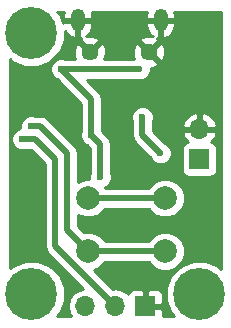
<source format=gbl>
G04 #@! TF.FileFunction,Copper,L2,Bot,Signal*
%FSLAX46Y46*%
G04 Gerber Fmt 4.6, Leading zero omitted, Abs format (unit mm)*
G04 Created by KiCad (PCBNEW 4.0.7) date 04/30/18 22:22:12*
%MOMM*%
%LPD*%
G01*
G04 APERTURE LIST*
%ADD10C,0.100000*%
%ADD11C,4.400000*%
%ADD12C,1.450000*%
%ADD13O,1.200000X1.900000*%
%ADD14R,1.700000X1.700000*%
%ADD15O,1.700000X1.700000*%
%ADD16C,2.000000*%
%ADD17C,0.600000*%
%ADD18C,0.508000*%
%ADD19C,0.254000*%
G04 APERTURE END LIST*
D10*
D11*
X17526000Y-17526000D03*
X17526000Y-39624000D03*
X31750000Y-39624000D03*
D12*
X27456000Y-19114000D03*
X22456000Y-19114000D03*
D13*
X28456000Y-16414000D03*
X21456000Y-16414000D03*
D14*
X27178000Y-40640000D03*
D15*
X24638000Y-40640000D03*
X22098000Y-40640000D03*
D16*
X22352000Y-35996000D03*
X22352000Y-31496000D03*
X28852000Y-35996000D03*
X28852000Y-31496000D03*
D14*
X31750000Y-28194000D03*
D15*
X31750000Y-25654000D03*
D17*
X25654000Y-18034000D03*
X23622000Y-17780000D03*
X31750000Y-16256000D03*
X16002000Y-32004000D03*
X28956000Y-22606000D03*
X24892000Y-22860000D03*
X18542000Y-29464000D03*
X16002000Y-20574000D03*
X23368000Y-29718000D03*
X22606000Y-26162000D03*
X20066000Y-20574000D03*
X26670000Y-20574000D03*
X28448000Y-27686000D03*
X26924000Y-24638000D03*
X16764000Y-26500000D03*
X17526000Y-25400000D03*
D18*
X22606000Y-26162000D02*
X23368000Y-26924000D01*
X23368000Y-26924000D02*
X23368000Y-29718000D01*
X20066000Y-20574000D02*
X22606000Y-23114000D01*
X22606000Y-23114000D02*
X22606000Y-26162000D01*
X20066000Y-20574000D02*
X26670000Y-20574000D01*
X26924000Y-26162000D02*
X28448000Y-27686000D01*
X26924000Y-24638000D02*
X26924000Y-26162000D01*
X16764000Y-26500000D02*
X17864000Y-26500000D01*
X19558000Y-28956000D02*
X19558000Y-35560000D01*
X19558000Y-35560000D02*
X24638000Y-40640000D01*
X19558000Y-28194000D02*
X19558000Y-28956000D01*
X17864000Y-26500000D02*
X19558000Y-28194000D01*
X20574000Y-27686000D02*
X20574000Y-27940000D01*
X20574000Y-27940000D02*
X20574000Y-34218000D01*
X22352000Y-35996000D02*
X20574000Y-34218000D01*
X17526000Y-25400000D02*
X18034000Y-25400000D01*
X18034000Y-25400000D02*
X18288000Y-25400000D01*
X18288000Y-25400000D02*
X20574000Y-27686000D01*
X22352000Y-35996000D02*
X28852000Y-35996000D01*
X22352000Y-31496000D02*
X28852000Y-31496000D01*
D19*
G36*
X20221000Y-15937000D02*
X20221000Y-16287000D01*
X21329000Y-16287000D01*
X21329000Y-16267000D01*
X21583000Y-16267000D01*
X21583000Y-16287000D01*
X22691000Y-16287000D01*
X22691000Y-15937000D01*
X22621073Y-15710000D01*
X27290927Y-15710000D01*
X27221000Y-15937000D01*
X27221000Y-16287000D01*
X28329000Y-16287000D01*
X28329000Y-16267000D01*
X28583000Y-16267000D01*
X28583000Y-16287000D01*
X29691000Y-16287000D01*
X29691000Y-15937000D01*
X29621073Y-15710000D01*
X33594000Y-15710000D01*
X33594000Y-37458422D01*
X33357995Y-37222005D01*
X32316390Y-36789493D01*
X31188558Y-36788509D01*
X30146199Y-37219202D01*
X29348005Y-38016005D01*
X28915493Y-39057610D01*
X28914509Y-40185442D01*
X29345202Y-41227801D01*
X29584982Y-41468000D01*
X28663000Y-41468000D01*
X28663000Y-40925750D01*
X28504250Y-40767000D01*
X27305000Y-40767000D01*
X27305000Y-40787000D01*
X27051000Y-40787000D01*
X27051000Y-40767000D01*
X27031000Y-40767000D01*
X27031000Y-40513000D01*
X27051000Y-40513000D01*
X27051000Y-39313750D01*
X27305000Y-39313750D01*
X27305000Y-40513000D01*
X28504250Y-40513000D01*
X28663000Y-40354250D01*
X28663000Y-39663691D01*
X28566327Y-39430302D01*
X28387699Y-39251673D01*
X28154310Y-39155000D01*
X27463750Y-39155000D01*
X27305000Y-39313750D01*
X27051000Y-39313750D01*
X26892250Y-39155000D01*
X26201690Y-39155000D01*
X25968301Y-39251673D01*
X25789673Y-39430302D01*
X25717403Y-39604777D01*
X25688054Y-39560853D01*
X25206285Y-39238946D01*
X24638000Y-39125907D01*
X24423758Y-39168522D01*
X22824908Y-37569672D01*
X23276943Y-37382894D01*
X23737278Y-36923363D01*
X23753208Y-36885000D01*
X27450255Y-36885000D01*
X27465106Y-36920943D01*
X27924637Y-37381278D01*
X28525352Y-37630716D01*
X29175795Y-37631284D01*
X29776943Y-37382894D01*
X30237278Y-36923363D01*
X30486716Y-36322648D01*
X30487284Y-35672205D01*
X30238894Y-35071057D01*
X29779363Y-34610722D01*
X29178648Y-34361284D01*
X28528205Y-34360716D01*
X27927057Y-34609106D01*
X27466722Y-35068637D01*
X27450792Y-35107000D01*
X23753745Y-35107000D01*
X23738894Y-35071057D01*
X23279363Y-34610722D01*
X22678648Y-34361284D01*
X22028205Y-34360716D01*
X21989815Y-34376579D01*
X21463000Y-33849764D01*
X21463000Y-32897208D01*
X22025352Y-33130716D01*
X22675795Y-33131284D01*
X23276943Y-32882894D01*
X23737278Y-32423363D01*
X23753208Y-32385000D01*
X27450255Y-32385000D01*
X27465106Y-32420943D01*
X27924637Y-32881278D01*
X28525352Y-33130716D01*
X29175795Y-33131284D01*
X29776943Y-32882894D01*
X30237278Y-32423363D01*
X30486716Y-31822648D01*
X30487284Y-31172205D01*
X30238894Y-30571057D01*
X29779363Y-30110722D01*
X29178648Y-29861284D01*
X28528205Y-29860716D01*
X27927057Y-30109106D01*
X27466722Y-30568637D01*
X27450792Y-30607000D01*
X23753745Y-30607000D01*
X23740787Y-30575639D01*
X23896943Y-30511117D01*
X24160192Y-30248327D01*
X24302838Y-29904799D01*
X24303162Y-29532833D01*
X24257000Y-29421112D01*
X24257000Y-26924000D01*
X24189329Y-26583794D01*
X23996618Y-26295382D01*
X23495000Y-25793764D01*
X23495000Y-24823167D01*
X25988838Y-24823167D01*
X26035000Y-24934888D01*
X26035000Y-26162000D01*
X26102671Y-26502206D01*
X26262120Y-26740838D01*
X26295382Y-26790618D01*
X27609238Y-28104474D01*
X27654883Y-28214943D01*
X27917673Y-28478192D01*
X28261201Y-28620838D01*
X28633167Y-28621162D01*
X28976943Y-28479117D01*
X29240192Y-28216327D01*
X29382838Y-27872799D01*
X29383162Y-27500833D01*
X29318361Y-27344000D01*
X30252560Y-27344000D01*
X30252560Y-29044000D01*
X30296838Y-29279317D01*
X30435910Y-29495441D01*
X30648110Y-29640431D01*
X30900000Y-29691440D01*
X32600000Y-29691440D01*
X32835317Y-29647162D01*
X33051441Y-29508090D01*
X33196431Y-29295890D01*
X33247440Y-29044000D01*
X33247440Y-27344000D01*
X33203162Y-27108683D01*
X33064090Y-26892559D01*
X32851890Y-26747569D01*
X32743893Y-26725699D01*
X33021645Y-26420924D01*
X33191476Y-26010890D01*
X33070155Y-25781000D01*
X31877000Y-25781000D01*
X31877000Y-25801000D01*
X31623000Y-25801000D01*
X31623000Y-25781000D01*
X30429845Y-25781000D01*
X30308524Y-26010890D01*
X30478355Y-26420924D01*
X30754501Y-26723937D01*
X30664683Y-26740838D01*
X30448559Y-26879910D01*
X30303569Y-27092110D01*
X30252560Y-27344000D01*
X29318361Y-27344000D01*
X29241117Y-27157057D01*
X28978327Y-26893808D01*
X28866687Y-26847451D01*
X27813000Y-25793764D01*
X27813000Y-25297110D01*
X30308524Y-25297110D01*
X30429845Y-25527000D01*
X31623000Y-25527000D01*
X31623000Y-24333181D01*
X31877000Y-24333181D01*
X31877000Y-25527000D01*
X33070155Y-25527000D01*
X33191476Y-25297110D01*
X33021645Y-24887076D01*
X32631358Y-24458817D01*
X32106892Y-24212514D01*
X31877000Y-24333181D01*
X31623000Y-24333181D01*
X31393108Y-24212514D01*
X30868642Y-24458817D01*
X30478355Y-24887076D01*
X30308524Y-25297110D01*
X27813000Y-25297110D01*
X27813000Y-24935189D01*
X27858838Y-24824799D01*
X27859162Y-24452833D01*
X27717117Y-24109057D01*
X27454327Y-23845808D01*
X27110799Y-23703162D01*
X26738833Y-23702838D01*
X26395057Y-23844883D01*
X26131808Y-24107673D01*
X25989162Y-24451201D01*
X25988838Y-24823167D01*
X23495000Y-24823167D01*
X23495000Y-23114000D01*
X23427329Y-22773794D01*
X23234618Y-22485382D01*
X22212236Y-21463000D01*
X26372811Y-21463000D01*
X26483201Y-21508838D01*
X26855167Y-21509162D01*
X27198943Y-21367117D01*
X27462192Y-21104327D01*
X27604838Y-20760799D01*
X27605093Y-20468046D01*
X27797444Y-20457949D01*
X28164878Y-20305753D01*
X28229793Y-20067398D01*
X27456000Y-19293605D01*
X27441858Y-19307748D01*
X27262253Y-19128143D01*
X27276395Y-19114000D01*
X27635605Y-19114000D01*
X28409398Y-19887793D01*
X28647753Y-19822878D01*
X28828312Y-19312854D01*
X28799949Y-18772556D01*
X28647753Y-18405122D01*
X28409398Y-18340207D01*
X27635605Y-19114000D01*
X27276395Y-19114000D01*
X26502602Y-18340207D01*
X26264247Y-18405122D01*
X26083688Y-18915146D01*
X26112051Y-19455444D01*
X26207136Y-19685000D01*
X23696565Y-19685000D01*
X23828312Y-19312854D01*
X23799949Y-18772556D01*
X23647753Y-18405122D01*
X23409398Y-18340207D01*
X22635605Y-19114000D01*
X22649748Y-19128143D01*
X22470143Y-19307748D01*
X22456000Y-19293605D01*
X22441858Y-19307748D01*
X22262253Y-19128143D01*
X22276395Y-19114000D01*
X21502602Y-18340207D01*
X21264247Y-18405122D01*
X21083688Y-18915146D01*
X21112051Y-19455444D01*
X21207136Y-19685000D01*
X20363189Y-19685000D01*
X20252799Y-19639162D01*
X19880833Y-19638838D01*
X19537057Y-19780883D01*
X19273808Y-20043673D01*
X19131162Y-20387201D01*
X19130838Y-20759167D01*
X19272883Y-21102943D01*
X19535673Y-21366192D01*
X19647313Y-21412549D01*
X21717000Y-23482236D01*
X21717000Y-25864811D01*
X21671162Y-25975201D01*
X21670838Y-26347167D01*
X21812883Y-26690943D01*
X22075673Y-26954192D01*
X22187313Y-27000549D01*
X22479000Y-27292236D01*
X22479000Y-29420811D01*
X22433162Y-29531201D01*
X22432875Y-29861069D01*
X22028205Y-29860716D01*
X21463000Y-30094255D01*
X21463000Y-27686000D01*
X21395329Y-27345794D01*
X21202618Y-27057382D01*
X18916618Y-24771382D01*
X18628206Y-24578671D01*
X18288000Y-24511000D01*
X17823189Y-24511000D01*
X17712799Y-24465162D01*
X17340833Y-24464838D01*
X16997057Y-24606883D01*
X16733808Y-24869673D01*
X16591162Y-25213201D01*
X16590856Y-25564848D01*
X16578833Y-25564838D01*
X16235057Y-25706883D01*
X15971808Y-25969673D01*
X15829162Y-26313201D01*
X15828838Y-26685167D01*
X15970883Y-27028943D01*
X16233673Y-27292192D01*
X16577201Y-27434838D01*
X16949167Y-27435162D01*
X17060888Y-27389000D01*
X17495764Y-27389000D01*
X18669000Y-28562236D01*
X18669000Y-35560000D01*
X18736671Y-35900206D01*
X18800679Y-35996000D01*
X18929382Y-36188618D01*
X21905051Y-39164287D01*
X21529715Y-39238946D01*
X21047946Y-39560853D01*
X20726039Y-40042622D01*
X20613000Y-40610907D01*
X20613000Y-40669093D01*
X20726039Y-41237378D01*
X20880135Y-41468000D01*
X19691578Y-41468000D01*
X19927995Y-41231995D01*
X20360507Y-40190390D01*
X20361491Y-39062558D01*
X19930798Y-38020199D01*
X19133995Y-37222005D01*
X18092390Y-36789493D01*
X16964558Y-36788509D01*
X15922199Y-37219202D01*
X15710000Y-37431031D01*
X15710000Y-19719627D01*
X15918005Y-19927995D01*
X16959610Y-20360507D01*
X18087442Y-20361491D01*
X19129801Y-19930798D01*
X19927995Y-19133995D01*
X20360507Y-18092390D01*
X20361158Y-17345988D01*
X20363610Y-17353947D01*
X20672526Y-17727080D01*
X21100719Y-17953592D01*
X21138391Y-17957462D01*
X21329000Y-17832731D01*
X21329000Y-16541000D01*
X21583000Y-16541000D01*
X21583000Y-17832731D01*
X21742988Y-17937424D01*
X21682207Y-18160602D01*
X22456000Y-18934395D01*
X23229793Y-18160602D01*
X26682207Y-18160602D01*
X27456000Y-18934395D01*
X28229793Y-18160602D01*
X28169012Y-17937424D01*
X28329000Y-17832731D01*
X28329000Y-16541000D01*
X28583000Y-16541000D01*
X28583000Y-17832731D01*
X28773609Y-17957462D01*
X28811281Y-17953592D01*
X29239474Y-17727080D01*
X29548390Y-17353947D01*
X29691000Y-16891000D01*
X29691000Y-16541000D01*
X28583000Y-16541000D01*
X28329000Y-16541000D01*
X27221000Y-16541000D01*
X27221000Y-16891000D01*
X27363610Y-17353947D01*
X27672526Y-17727080D01*
X27791768Y-17790158D01*
X27654854Y-17741688D01*
X27114556Y-17770051D01*
X26747122Y-17922247D01*
X26682207Y-18160602D01*
X23229793Y-18160602D01*
X23164878Y-17922247D01*
X22654854Y-17741688D01*
X22163055Y-17767505D01*
X22239474Y-17727080D01*
X22548390Y-17353947D01*
X22691000Y-16891000D01*
X22691000Y-16541000D01*
X21583000Y-16541000D01*
X21329000Y-16541000D01*
X20221000Y-16541000D01*
X20221000Y-16624543D01*
X19930798Y-15922199D01*
X19718969Y-15710000D01*
X20290927Y-15710000D01*
X20221000Y-15937000D01*
X20221000Y-15937000D01*
G37*
X20221000Y-15937000D02*
X20221000Y-16287000D01*
X21329000Y-16287000D01*
X21329000Y-16267000D01*
X21583000Y-16267000D01*
X21583000Y-16287000D01*
X22691000Y-16287000D01*
X22691000Y-15937000D01*
X22621073Y-15710000D01*
X27290927Y-15710000D01*
X27221000Y-15937000D01*
X27221000Y-16287000D01*
X28329000Y-16287000D01*
X28329000Y-16267000D01*
X28583000Y-16267000D01*
X28583000Y-16287000D01*
X29691000Y-16287000D01*
X29691000Y-15937000D01*
X29621073Y-15710000D01*
X33594000Y-15710000D01*
X33594000Y-37458422D01*
X33357995Y-37222005D01*
X32316390Y-36789493D01*
X31188558Y-36788509D01*
X30146199Y-37219202D01*
X29348005Y-38016005D01*
X28915493Y-39057610D01*
X28914509Y-40185442D01*
X29345202Y-41227801D01*
X29584982Y-41468000D01*
X28663000Y-41468000D01*
X28663000Y-40925750D01*
X28504250Y-40767000D01*
X27305000Y-40767000D01*
X27305000Y-40787000D01*
X27051000Y-40787000D01*
X27051000Y-40767000D01*
X27031000Y-40767000D01*
X27031000Y-40513000D01*
X27051000Y-40513000D01*
X27051000Y-39313750D01*
X27305000Y-39313750D01*
X27305000Y-40513000D01*
X28504250Y-40513000D01*
X28663000Y-40354250D01*
X28663000Y-39663691D01*
X28566327Y-39430302D01*
X28387699Y-39251673D01*
X28154310Y-39155000D01*
X27463750Y-39155000D01*
X27305000Y-39313750D01*
X27051000Y-39313750D01*
X26892250Y-39155000D01*
X26201690Y-39155000D01*
X25968301Y-39251673D01*
X25789673Y-39430302D01*
X25717403Y-39604777D01*
X25688054Y-39560853D01*
X25206285Y-39238946D01*
X24638000Y-39125907D01*
X24423758Y-39168522D01*
X22824908Y-37569672D01*
X23276943Y-37382894D01*
X23737278Y-36923363D01*
X23753208Y-36885000D01*
X27450255Y-36885000D01*
X27465106Y-36920943D01*
X27924637Y-37381278D01*
X28525352Y-37630716D01*
X29175795Y-37631284D01*
X29776943Y-37382894D01*
X30237278Y-36923363D01*
X30486716Y-36322648D01*
X30487284Y-35672205D01*
X30238894Y-35071057D01*
X29779363Y-34610722D01*
X29178648Y-34361284D01*
X28528205Y-34360716D01*
X27927057Y-34609106D01*
X27466722Y-35068637D01*
X27450792Y-35107000D01*
X23753745Y-35107000D01*
X23738894Y-35071057D01*
X23279363Y-34610722D01*
X22678648Y-34361284D01*
X22028205Y-34360716D01*
X21989815Y-34376579D01*
X21463000Y-33849764D01*
X21463000Y-32897208D01*
X22025352Y-33130716D01*
X22675795Y-33131284D01*
X23276943Y-32882894D01*
X23737278Y-32423363D01*
X23753208Y-32385000D01*
X27450255Y-32385000D01*
X27465106Y-32420943D01*
X27924637Y-32881278D01*
X28525352Y-33130716D01*
X29175795Y-33131284D01*
X29776943Y-32882894D01*
X30237278Y-32423363D01*
X30486716Y-31822648D01*
X30487284Y-31172205D01*
X30238894Y-30571057D01*
X29779363Y-30110722D01*
X29178648Y-29861284D01*
X28528205Y-29860716D01*
X27927057Y-30109106D01*
X27466722Y-30568637D01*
X27450792Y-30607000D01*
X23753745Y-30607000D01*
X23740787Y-30575639D01*
X23896943Y-30511117D01*
X24160192Y-30248327D01*
X24302838Y-29904799D01*
X24303162Y-29532833D01*
X24257000Y-29421112D01*
X24257000Y-26924000D01*
X24189329Y-26583794D01*
X23996618Y-26295382D01*
X23495000Y-25793764D01*
X23495000Y-24823167D01*
X25988838Y-24823167D01*
X26035000Y-24934888D01*
X26035000Y-26162000D01*
X26102671Y-26502206D01*
X26262120Y-26740838D01*
X26295382Y-26790618D01*
X27609238Y-28104474D01*
X27654883Y-28214943D01*
X27917673Y-28478192D01*
X28261201Y-28620838D01*
X28633167Y-28621162D01*
X28976943Y-28479117D01*
X29240192Y-28216327D01*
X29382838Y-27872799D01*
X29383162Y-27500833D01*
X29318361Y-27344000D01*
X30252560Y-27344000D01*
X30252560Y-29044000D01*
X30296838Y-29279317D01*
X30435910Y-29495441D01*
X30648110Y-29640431D01*
X30900000Y-29691440D01*
X32600000Y-29691440D01*
X32835317Y-29647162D01*
X33051441Y-29508090D01*
X33196431Y-29295890D01*
X33247440Y-29044000D01*
X33247440Y-27344000D01*
X33203162Y-27108683D01*
X33064090Y-26892559D01*
X32851890Y-26747569D01*
X32743893Y-26725699D01*
X33021645Y-26420924D01*
X33191476Y-26010890D01*
X33070155Y-25781000D01*
X31877000Y-25781000D01*
X31877000Y-25801000D01*
X31623000Y-25801000D01*
X31623000Y-25781000D01*
X30429845Y-25781000D01*
X30308524Y-26010890D01*
X30478355Y-26420924D01*
X30754501Y-26723937D01*
X30664683Y-26740838D01*
X30448559Y-26879910D01*
X30303569Y-27092110D01*
X30252560Y-27344000D01*
X29318361Y-27344000D01*
X29241117Y-27157057D01*
X28978327Y-26893808D01*
X28866687Y-26847451D01*
X27813000Y-25793764D01*
X27813000Y-25297110D01*
X30308524Y-25297110D01*
X30429845Y-25527000D01*
X31623000Y-25527000D01*
X31623000Y-24333181D01*
X31877000Y-24333181D01*
X31877000Y-25527000D01*
X33070155Y-25527000D01*
X33191476Y-25297110D01*
X33021645Y-24887076D01*
X32631358Y-24458817D01*
X32106892Y-24212514D01*
X31877000Y-24333181D01*
X31623000Y-24333181D01*
X31393108Y-24212514D01*
X30868642Y-24458817D01*
X30478355Y-24887076D01*
X30308524Y-25297110D01*
X27813000Y-25297110D01*
X27813000Y-24935189D01*
X27858838Y-24824799D01*
X27859162Y-24452833D01*
X27717117Y-24109057D01*
X27454327Y-23845808D01*
X27110799Y-23703162D01*
X26738833Y-23702838D01*
X26395057Y-23844883D01*
X26131808Y-24107673D01*
X25989162Y-24451201D01*
X25988838Y-24823167D01*
X23495000Y-24823167D01*
X23495000Y-23114000D01*
X23427329Y-22773794D01*
X23234618Y-22485382D01*
X22212236Y-21463000D01*
X26372811Y-21463000D01*
X26483201Y-21508838D01*
X26855167Y-21509162D01*
X27198943Y-21367117D01*
X27462192Y-21104327D01*
X27604838Y-20760799D01*
X27605093Y-20468046D01*
X27797444Y-20457949D01*
X28164878Y-20305753D01*
X28229793Y-20067398D01*
X27456000Y-19293605D01*
X27441858Y-19307748D01*
X27262253Y-19128143D01*
X27276395Y-19114000D01*
X27635605Y-19114000D01*
X28409398Y-19887793D01*
X28647753Y-19822878D01*
X28828312Y-19312854D01*
X28799949Y-18772556D01*
X28647753Y-18405122D01*
X28409398Y-18340207D01*
X27635605Y-19114000D01*
X27276395Y-19114000D01*
X26502602Y-18340207D01*
X26264247Y-18405122D01*
X26083688Y-18915146D01*
X26112051Y-19455444D01*
X26207136Y-19685000D01*
X23696565Y-19685000D01*
X23828312Y-19312854D01*
X23799949Y-18772556D01*
X23647753Y-18405122D01*
X23409398Y-18340207D01*
X22635605Y-19114000D01*
X22649748Y-19128143D01*
X22470143Y-19307748D01*
X22456000Y-19293605D01*
X22441858Y-19307748D01*
X22262253Y-19128143D01*
X22276395Y-19114000D01*
X21502602Y-18340207D01*
X21264247Y-18405122D01*
X21083688Y-18915146D01*
X21112051Y-19455444D01*
X21207136Y-19685000D01*
X20363189Y-19685000D01*
X20252799Y-19639162D01*
X19880833Y-19638838D01*
X19537057Y-19780883D01*
X19273808Y-20043673D01*
X19131162Y-20387201D01*
X19130838Y-20759167D01*
X19272883Y-21102943D01*
X19535673Y-21366192D01*
X19647313Y-21412549D01*
X21717000Y-23482236D01*
X21717000Y-25864811D01*
X21671162Y-25975201D01*
X21670838Y-26347167D01*
X21812883Y-26690943D01*
X22075673Y-26954192D01*
X22187313Y-27000549D01*
X22479000Y-27292236D01*
X22479000Y-29420811D01*
X22433162Y-29531201D01*
X22432875Y-29861069D01*
X22028205Y-29860716D01*
X21463000Y-30094255D01*
X21463000Y-27686000D01*
X21395329Y-27345794D01*
X21202618Y-27057382D01*
X18916618Y-24771382D01*
X18628206Y-24578671D01*
X18288000Y-24511000D01*
X17823189Y-24511000D01*
X17712799Y-24465162D01*
X17340833Y-24464838D01*
X16997057Y-24606883D01*
X16733808Y-24869673D01*
X16591162Y-25213201D01*
X16590856Y-25564848D01*
X16578833Y-25564838D01*
X16235057Y-25706883D01*
X15971808Y-25969673D01*
X15829162Y-26313201D01*
X15828838Y-26685167D01*
X15970883Y-27028943D01*
X16233673Y-27292192D01*
X16577201Y-27434838D01*
X16949167Y-27435162D01*
X17060888Y-27389000D01*
X17495764Y-27389000D01*
X18669000Y-28562236D01*
X18669000Y-35560000D01*
X18736671Y-35900206D01*
X18800679Y-35996000D01*
X18929382Y-36188618D01*
X21905051Y-39164287D01*
X21529715Y-39238946D01*
X21047946Y-39560853D01*
X20726039Y-40042622D01*
X20613000Y-40610907D01*
X20613000Y-40669093D01*
X20726039Y-41237378D01*
X20880135Y-41468000D01*
X19691578Y-41468000D01*
X19927995Y-41231995D01*
X20360507Y-40190390D01*
X20361491Y-39062558D01*
X19930798Y-38020199D01*
X19133995Y-37222005D01*
X18092390Y-36789493D01*
X16964558Y-36788509D01*
X15922199Y-37219202D01*
X15710000Y-37431031D01*
X15710000Y-19719627D01*
X15918005Y-19927995D01*
X16959610Y-20360507D01*
X18087442Y-20361491D01*
X19129801Y-19930798D01*
X19927995Y-19133995D01*
X20360507Y-18092390D01*
X20361158Y-17345988D01*
X20363610Y-17353947D01*
X20672526Y-17727080D01*
X21100719Y-17953592D01*
X21138391Y-17957462D01*
X21329000Y-17832731D01*
X21329000Y-16541000D01*
X21583000Y-16541000D01*
X21583000Y-17832731D01*
X21742988Y-17937424D01*
X21682207Y-18160602D01*
X22456000Y-18934395D01*
X23229793Y-18160602D01*
X26682207Y-18160602D01*
X27456000Y-18934395D01*
X28229793Y-18160602D01*
X28169012Y-17937424D01*
X28329000Y-17832731D01*
X28329000Y-16541000D01*
X28583000Y-16541000D01*
X28583000Y-17832731D01*
X28773609Y-17957462D01*
X28811281Y-17953592D01*
X29239474Y-17727080D01*
X29548390Y-17353947D01*
X29691000Y-16891000D01*
X29691000Y-16541000D01*
X28583000Y-16541000D01*
X28329000Y-16541000D01*
X27221000Y-16541000D01*
X27221000Y-16891000D01*
X27363610Y-17353947D01*
X27672526Y-17727080D01*
X27791768Y-17790158D01*
X27654854Y-17741688D01*
X27114556Y-17770051D01*
X26747122Y-17922247D01*
X26682207Y-18160602D01*
X23229793Y-18160602D01*
X23164878Y-17922247D01*
X22654854Y-17741688D01*
X22163055Y-17767505D01*
X22239474Y-17727080D01*
X22548390Y-17353947D01*
X22691000Y-16891000D01*
X22691000Y-16541000D01*
X21583000Y-16541000D01*
X21329000Y-16541000D01*
X20221000Y-16541000D01*
X20221000Y-16624543D01*
X19930798Y-15922199D01*
X19718969Y-15710000D01*
X20290927Y-15710000D01*
X20221000Y-15937000D01*
M02*

</source>
